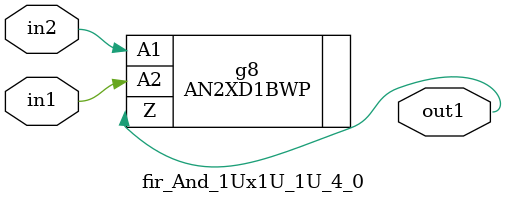
<source format=v>
`timescale 1ps / 1ps


module fir_And_1Ux1U_1U_4_0(in2, in1, out1);
  input in2, in1;
  output out1;
  wire in2, in1;
  wire out1;
  AN2XD1BWP g8(.A1 (in2), .A2 (in1), .Z (out1));
endmodule



</source>
